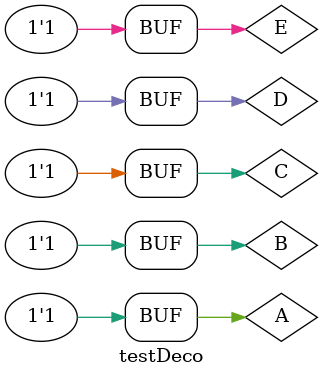
<source format=sv>
module testDeco();
	
	logic A, B, C, D, E, a, b, c, d, e, f, g;
	
	decodificador deco1(A, B, C, D, E, a, b, c, d, e, f, g);
	
	initial begin
		A = 0; B = 0; C = 0; D = 0; E = 0; #10; //P1
		A = 0; B = 0; C = 0; D = 0; E = 1; #10; //P2
		A = 0; B = 0; C = 0; D = 1; E = 0; #10; //P3
		A = 0; B = 0; C = 0; D = 1; E = 1; #10; //P4
		A = 0; B = 0; C = 1; D = 0; E = 0; #10; //P5
		A = 0; B = 0; C = 1; D = 0; E = 1; #10; //P6
		A = 0; B = 0; C = 1; D = 1; E = 0; #10; //P7
		A = 0; B = 0; C = 1; D = 1; E = 1; #10; //P8
		A = 0; B = 1; C = 0; D = 0; E = 0; #10; //P9
		A = 0; B = 1; C = 0; D = 0; E = 1; #10; //P10
		A = 0; B = 1; C = 0; D = 1; E = 0; #10; //P11
		A = 0; B = 1; C = 0; D = 1; E = 1; #10; //P12
		A = 0; B = 1; C = 1; D = 0; E = 0; #10; //P13
		A = 0; B = 1; C = 1; D = 0; E = 1; #10; //P14
		A = 0; B = 1; C = 1; D = 1; E = 0; #10; //P15
		A = 0; B = 1; C = 1; D = 1; E = 1; #10; //P16
		A = 1; B = 0; C = 0; D = 0; E = 0; #10; //P17
		A = 1; B = 0; C = 0; D = 0; E = 1; #10; //P18
		A = 1; B = 0; C = 0; D = 1; E = 0; #10; //P19
		A = 1; B = 0; C = 0; D = 1; E = 1; #10; //P20
		A = 1; B = 0; C = 1; D = 0; E = 0; #10; //P21
		A = 1; B = 0; C = 1; D = 0; E = 1; #10; //P22
		A = 1; B = 0; C = 1; D = 1; E = 0; #10; //P23
		A = 1; B = 0; C = 1; D = 1; E = 1; #10; //P24
		A = 1; B = 1; C = 0; D = 0; E = 0; #10; //P25
		A = 1; B = 1; C = 0; D = 0; E = 1; #10; //P26
		A = 1; B = 1; C = 0; D = 1; E = 0; #10; //P27
		A = 1; B = 1; C = 0; D = 1; E = 1; #10; //P28
		A = 1; B = 1; C = 1; D = 0; E = 0; #10; //P29 
		A = 1; B = 1; C = 1; D = 0; E = 1; #10; //P30
		A = 1; B = 1; C = 1; D = 1; E = 0; #10; //P31
		A = 1; B = 1; C = 1; D = 1; E = 1; #10; //P32
	end

endmodule
</source>
